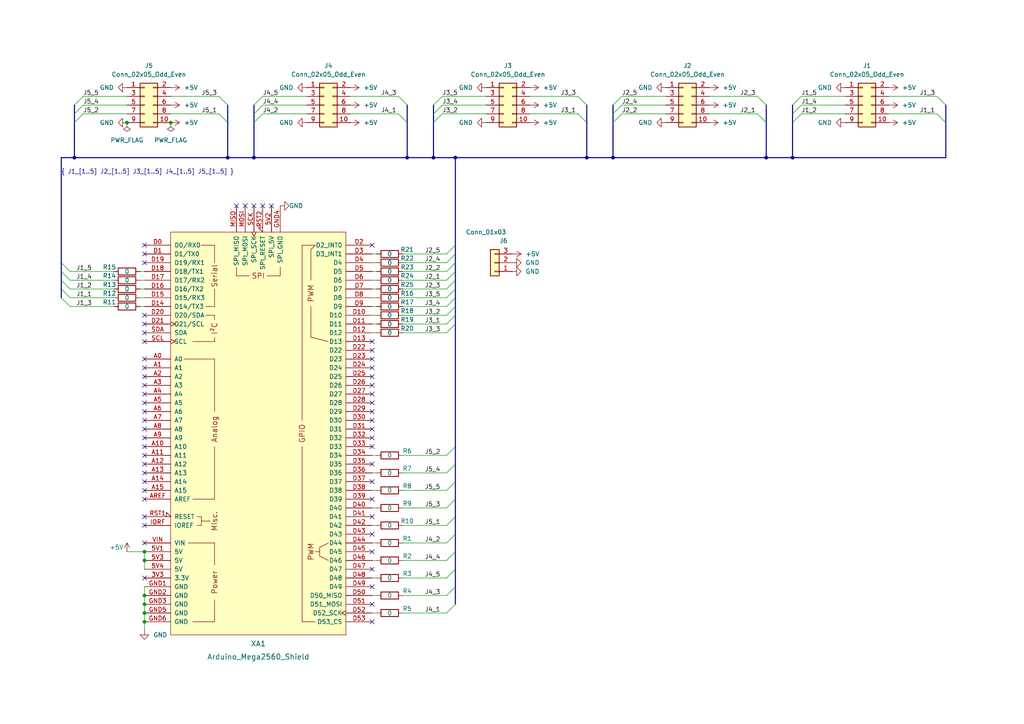
<source format=kicad_sch>
(kicad_sch (version 20211123) (generator eeschema)
  (paper "A4")
  (title_block (title "Cross Connector") (comment 1 "${PROJECT}") (comment 2 "${PROJECT-URL}") (comment 3 "${GIT-COMMIT-HASH}") (comment 4 "${GIT-COMMIT-TAG}"))
  (lib_symbols
    (symbol "Connector_Generic:Conn_01x03" (pin_names (offset 1.016) hide)
      (property "Reference" "J" (at 0 5.08 0))
      (property "Value" "Conn_01x03" (at 0 -5.08 0))
      (symbol "Conn_01x03_1_1"
        (rectangle (start -1.27 -2.413) (end 0 -2.667) (stroke (width 0.1524)))
        (rectangle (start -1.27 0.127) (end 0 -0.127) (stroke (width 0.1524)))
        (rectangle (start -1.27 2.667) (end 0 2.413) (stroke (width 0.1524)))
        (rectangle (start -1.27 3.81) (end 1.27 -3.81) (stroke (width 0.254)) (fill (type background)))
        (pin passive line (at -5.08 2.54 0) (length 3.81) (name "Pin_1") (number "1"))
        (pin passive line (at -5.08 0 0) (length 3.81) (name "Pin_2") (number "2"))
        (pin passive line (at -5.08 -2.54 0) (length 3.81) (name "Pin_3") (number "3"))
      )
    )
    (symbol "Connector_Generic:Conn_02x05_Odd_Even" (pin_names (offset 1.016) hide)
      (property "Reference" "J" (at 1.27 7.62 0))
      (property "Value" "Conn_02x05_Odd_Even" (at 1.27 -7.62 0))
      (symbol "Conn_02x05_Odd_Even_1_1"
        (rectangle (start -1.27 -4.953) (end 0 -5.207) (stroke (width 0.1524)))
        (rectangle (start -1.27 -2.413) (end 0 -2.667) (stroke (width 0.1524)))
        (rectangle (start -1.27 0.127) (end 0 -0.127) (stroke (width 0.1524)))
        (rectangle (start -1.27 2.667) (end 0 2.413) (stroke (width 0.1524)))
        (rectangle (start -1.27 5.207) (end 0 4.953) (stroke (width 0.1524)))
        (rectangle (start -1.27 6.35) (end 3.81 -6.35) (stroke (width 0.254)) (fill (type background)))
        (rectangle (start 3.81 -4.953) (end 2.54 -5.207) (stroke (width 0.1524)))
        (rectangle (start 3.81 -2.413) (end 2.54 -2.667) (stroke (width 0.1524)))
        (rectangle (start 3.81 0.127) (end 2.54 -0.127) (stroke (width 0.1524)))
        (rectangle (start 3.81 2.667) (end 2.54 2.413) (stroke (width 0.1524)))
        (rectangle (start 3.81 5.207) (end 2.54 4.953) (stroke (width 0.1524)))
        (pin passive line (at -5.08 5.08 0) (length 3.81) (name "Pin_1") (number "1"))
        (pin passive line (at 7.62 -5.08 180) (length 3.81) (name "Pin_10") (number "10"))
        (pin passive line (at 7.62 5.08 180) (length 3.81) (name "Pin_2") (number "2"))
        (pin passive line (at -5.08 2.54 0) (length 3.81) (name "Pin_3") (number "3"))
        (pin passive line (at 7.62 2.54 180) (length 3.81) (name "Pin_4") (number "4"))
        (pin passive line (at -5.08 0 0) (length 3.81) (name "Pin_5") (number "5"))
        (pin passive line (at 7.62 0 180) (length 3.81) (name "Pin_6") (number "6"))
        (pin passive line (at -5.08 -2.54 0) (length 3.81) (name "Pin_7") (number "7"))
        (pin passive line (at 7.62 -2.54 180) (length 3.81) (name "Pin_8") (number "8"))
        (pin passive line (at -5.08 -5.08 0) (length 3.81) (name "Pin_9") (number "9"))
      )
    )
    (symbol "Device:R" (pin_numbers hide) (pin_names (offset 0))
      (property "Reference" "R" (at 2.032 0 90))
      (property "Value" "R" (at 0 0 90))
      (symbol "R_0_1"
        (rectangle (start -1.016 -2.54) (end 1.016 2.54) (stroke (width 0.254)))
      )
      (symbol "R_1_1"
        (pin passive line (at 0 3.81 270) (length 1.27) (name "~") (number "1"))
        (pin passive line (at 0 -3.81 90) (length 1.27) (name "~") (number "2"))
      )
    )
    (symbol "arduino-library:Arduino_Mega2560_Shield" (pin_names (offset 1.016))
      (property "Reference" "XA" (at 0 -62.23 0))
      (property "Value" "Arduino_Mega2560_Shield" (at 0 -66.04 0))
      (symbol "Arduino_Mega2560_Shield_0_0"
        (rectangle (start -25.4 -58.42) (end 25.4 58.42) (fill (type background)))
        (rectangle (start -20.32 -31.75) (end -12.7 -31.75))
        (rectangle (start -19.05 -54.61) (end -12.7 -54.61))
        (rectangle (start -19.05 -19.05) (end -12.7 -19.05))
        (rectangle (start -19.05 26.67) (end -12.7 26.67))
        (rectangle (start -17.78 -26.67) (end -16.51 -26.67))
        (rectangle (start -17.78 -24.13) (end -16.51 -24.13))
        (rectangle (start -16.51 -25.4) (end -13.97 -25.4))
        (rectangle (start -16.51 -24.13) (end -16.51 -26.67))
        (rectangle (start -16.51 54.61) (end -12.7 54.61))
        (rectangle (start -15.24 34.29) (end -12.7 34.29))
        (rectangle (start -15.24 36.83) (end -12.7 36.83))
        (rectangle (start -12.7 -54.61) (end -12.7 -48.26))
        (rectangle (start -12.7 -31.75) (end -12.7 -38.1))
        (rectangle (start -12.7 26.67) (end -12.7 27.94))
        (rectangle (start -12.7 34.29) (end -12.7 33.02))
        (rectangle (start -12.7 41.91) (end -12.7 36.83))
        (rectangle (start -12.7 49.53) (end -12.7 54.61))
        (rectangle (start -6.35 48.26) (end -6.35 45.72))
        (rectangle (start -2.54 45.72) (end -6.35 45.72))
        (polyline (pts (xy -21.59 21.59) (xy -12.7 21.59)))
        (polyline (pts (xy -12.7 -19.05) (xy -12.7 -3.81)))
        (polyline (pts (xy -12.7 6.35) (xy -12.7 21.59)))
        (polyline (pts (xy 12.7 -54.61) (xy 16.51 -54.61)))
        (polyline (pts (xy 12.7 54.61) (xy 16.51 54.61)))
        (polyline (pts (xy 17.78 -34.29) (xy 16.51 -34.29)))
        (polyline (pts (xy 15.24 36.83) (xy 15.24 27.94) (xy 20.32 26.67)))
        (polyline (pts (xy 15.24 44.45) (xy 15.24 53.34) (xy 16.51 54.61)))
        (polyline (pts (xy 20.32 -31.75) (xy 17.78 -33.02) (xy 17.78 -35.56) (xy 20.32 -36.83)))
        (rectangle (start 6.35 45.72) (end 2.54 45.72))
        (rectangle (start 6.35 48.26) (end 6.35 45.72))
        (text "Analog" (at -12.7 1.27 900) (effects (font (size 1.524 1.524))))
        (text "I²C" (at -12.7 30.48 900) (effects (font (size 1.524 1.524))))
        (text "Misc." (at -12.7 -25.4 900) (effects (font (size 1.524 1.524))))
        (text "Power" (at -12.7 -43.18 900) (effects (font (size 1.524 1.524))))
        (text "PWM" (at 15.24 -34.29 900) (effects (font (size 1.524 1.524))))
        (text "PWM" (at 15.24 40.64 900) (effects (font (size 1.524 1.524))))
        (text "Serial" (at -12.7 45.72 900) (effects (font (size 1.524 1.524))))
        (text "SPI" (at 0 45.72 0) (effects (font (size 1.524 1.524))))
      )
      (symbol "Arduino_Mega2560_Shield_1_0"
        (rectangle (start 12.7 -54.61) (end 12.7 -3.81))
        (rectangle (start 12.7 54.61) (end 12.7 3.81))
        (text "GPIO" (at 12.7 0 900) (effects (font (size 1.524 1.524))))
      )
      (symbol "Arduino_Mega2560_Shield_1_1"
        (pin power_out line (at -33.02 -41.91 0) (length 7.62) (name "3.3V") (number "3V3"))
        (pin power_in line (at -33.02 -34.29 0) (length 7.62) (name "5V") (number "5V1"))
        (pin power_in line (at 3.81 66.04 270) (length 7.62) (name "SPI_5V") (number "5V2"))
        (pin power_in line (at -33.02 -36.83 0) (length 7.62) (name "5V") (number "5V3"))
        (pin power_in line (at -33.02 -39.37 0) (length 7.62) (name "5V") (number "5V4"))
        (pin bidirectional line (at -33.02 21.59 0) (length 7.62) (name "A0") (number "A0"))
        (pin bidirectional line (at -33.02 19.05 0) (length 7.62) (name "A1") (number "A1"))
        (pin bidirectional line (at -33.02 -3.81 0) (length 7.62) (name "A10") (number "A10"))
        (pin bidirectional line (at -33.02 -6.35 0) (length 7.62) (name "A11") (number "A11"))
        (pin bidirectional line (at -33.02 -8.89 0) (length 7.62) (name "A12") (number "A12"))
        (pin bidirectional line (at -33.02 -11.43 0) (length 7.62) (name "A13") (number "A13"))
        (pin bidirectional line (at -33.02 -13.97 0) (length 7.62) (name "A14") (number "A14"))
        (pin bidirectional line (at -33.02 -16.51 0) (length 7.62) (name "A15") (number "A15"))
        (pin bidirectional line (at -33.02 16.51 0) (length 7.62) (name "A2") (number "A2"))
        (pin bidirectional line (at -33.02 13.97 0) (length 7.62) (name "A3") (number "A3"))
        (pin bidirectional line (at -33.02 11.43 0) (length 7.62) (name "A4") (number "A4"))
        (pin bidirectional line (at -33.02 8.89 0) (length 7.62) (name "A5") (number "A5"))
        (pin bidirectional line (at -33.02 6.35 0) (length 7.62) (name "A6") (number "A6"))
        (pin bidirectional line (at -33.02 3.81 0) (length 7.62) (name "A7") (number "A7"))
        (pin bidirectional line (at -33.02 1.27 0) (length 7.62) (name "A8") (number "A8"))
        (pin bidirectional line (at -33.02 -1.27 0) (length 7.62) (name "A9") (number "A9"))
        (pin input line (at -33.02 -19.05 0) (length 7.62) (name "AREF") (number "AREF"))
        (pin bidirectional line (at -33.02 54.61 0) (length 7.62) (name "D0/RX0") (number "D0"))
        (pin bidirectional line (at -33.02 52.07 0) (length 7.62) (name "D1/TX0") (number "D1"))
        (pin bidirectional line (at 33.02 34.29 180) (length 7.62) (name "D10") (number "D10"))
        (pin bidirectional line (at 33.02 31.75 180) (length 7.62) (name "D11") (number "D11"))
        (pin bidirectional line (at 33.02 29.21 180) (length 7.62) (name "D12") (number "D12"))
        (pin bidirectional line (at 33.02 26.67 180) (length 7.62) (name "D13") (number "D13"))
        (pin bidirectional line (at -33.02 36.83 0) (length 7.62) (name "D14/TX3") (number "D14"))
        (pin bidirectional line (at -33.02 39.37 0) (length 7.62) (name "D15/RX3") (number "D15"))
        (pin bidirectional line (at -33.02 41.91 0) (length 7.62) (name "D16/TX2") (number "D16"))
        (pin bidirectional line (at -33.02 44.45 0) (length 7.62) (name "D17/RX2") (number "D17"))
        (pin bidirectional line (at -33.02 46.99 0) (length 7.62) (name "D18/TX1") (number "D18"))
        (pin bidirectional line (at -33.02 49.53 0) (length 7.62) (name "D19/RX1") (number "D19"))
        (pin bidirectional line (at 33.02 54.61 180) (length 7.62) (name "D2_INT0") (number "D2"))
        (pin bidirectional line (at -33.02 34.29 0) (length 7.62) (name "D20/SDA") (number "D20"))
        (pin bidirectional clock (at -33.02 31.75 0) (length 7.62) (name "D21/SCL") (number "D21"))
        (pin bidirectional line (at 33.02 24.13 180) (length 7.62) (name "D22") (number "D22"))
        (pin bidirectional line (at 33.02 21.59 180) (length 7.62) (name "D23") (number "D23"))
        (pin bidirectional line (at 33.02 19.05 180) (length 7.62) (name "D24") (number "D24"))
        (pin bidirectional line (at 33.02 16.51 180) (length 7.62) (name "D25") (number "D25"))
        (pin bidirectional line (at 33.02 13.97 180) (length 7.62) (name "D26") (number "D26"))
        (pin bidirectional line (at 33.02 11.43 180) (length 7.62) (name "D27") (number "D27"))
        (pin bidirectional line (at 33.02 8.89 180) (length 7.62) (name "D28") (number "D28"))
        (pin bidirectional line (at 33.02 6.35 180) (length 7.62) (name "D29") (number "D29"))
        (pin bidirectional line (at 33.02 52.07 180) (length 7.62) (name "D3_INT1") (number "D3"))
        (pin bidirectional line (at 33.02 3.81 180) (length 7.62) (name "D30") (number "D30"))
        (pin bidirectional line (at 33.02 1.27 180) (length 7.62) (name "D31") (number "D31"))
        (pin bidirectional line (at 33.02 -1.27 180) (length 7.62) (name "D32") (number "D32"))
        (pin bidirectional line (at 33.02 -3.81 180) (length 7.62) (name "D33") (number "D33"))
        (pin bidirectional line (at 33.02 -6.35 180) (length 7.62) (name "D34") (number "D34"))
        (pin bidirectional line (at 33.02 -8.89 180) (length 7.62) (name "D35") (number "D35"))
        (pin bidirectional line (at 33.02 -11.43 180) (length 7.62) (name "D36") (number "D36"))
        (pin bidirectional line (at 33.02 -13.97 180) (length 7.62) (name "D37") (number "D37"))
        (pin bidirectional line (at 33.02 -16.51 180) (length 7.62) (name "D38") (number "D38"))
        (pin bidirectional line (at 33.02 -19.05 180) (length 7.62) (name "D39") (number "D39"))
        (pin bidirectional line (at 33.02 49.53 180) (length 7.62) (name "D4") (number "D4"))
        (pin bidirectional line (at 33.02 -21.59 180) (length 7.62) (name "D40") (number "D40"))
        (pin bidirectional line (at 33.02 -24.13 180) (length 7.62) (name "D41") (number "D41"))
        (pin bidirectional line (at 33.02 -26.67 180) (length 7.62) (name "D42") (number "D42"))
        (pin bidirectional line (at 33.02 -29.21 180) (length 7.62) (name "D43") (number "D43"))
        (pin bidirectional line (at 33.02 -31.75 180) (length 7.62) (name "D44") (number "D44"))
        (pin bidirectional line (at 33.02 -34.29 180) (length 7.62) (name "D45") (number "D45"))
        (pin bidirectional line (at 33.02 -36.83 180) (length 7.62) (name "D46") (number "D46"))
        (pin bidirectional line (at 33.02 -39.37 180) (length 7.62) (name "D47") (number "D47"))
        (pin bidirectional line (at 33.02 -41.91 180) (length 7.62) (name "D48") (number "D48"))
        (pin bidirectional line (at 33.02 -44.45 180) (length 7.62) (name "D49") (number "D49"))
        (pin bidirectional line (at 33.02 46.99 180) (length 7.62) (name "D5") (number "D5"))
        (pin bidirectional line (at 33.02 -46.99 180) (length 7.62) (name "D50_MISO") (number "D50"))
        (pin bidirectional line (at 33.02 -49.53 180) (length 7.62) (name "D51_MOSI") (number "D51"))
        (pin bidirectional clock (at 33.02 -52.07 180) (length 7.62) (name "D52_SCK") (number "D52"))
        (pin bidirectional line (at 33.02 -54.61 180) (length 7.62) (name "D53_CS") (number "D53"))
        (pin bidirectional line (at 33.02 44.45 180) (length 7.62) (name "D6") (number "D6"))
        (pin bidirectional line (at 33.02 41.91 180) (length 7.62) (name "D7") (number "D7"))
        (pin bidirectional line (at 33.02 39.37 180) (length 7.62) (name "D8") (number "D8"))
        (pin bidirectional line (at 33.02 36.83 180) (length 7.62) (name "D9") (number "D9"))
        (pin power_in line (at -33.02 -44.45 0) (length 7.62) (name "GND") (number "GND1"))
        (pin power_in line (at -33.02 -46.99 0) (length 7.62) (name "GND") (number "GND2"))
        (pin power_in line (at -33.02 -49.53 0) (length 7.62) (name "GND") (number "GND3"))
        (pin power_in line (at 6.35 66.04 270) (length 7.62) (name "SPI_GND") (number "GND4"))
        (pin power_in line (at -33.02 -52.07 0) (length 7.62) (name "GND") (number "GND5"))
        (pin power_in line (at -33.02 -54.61 0) (length 7.62) (name "GND") (number "GND6"))
        (pin output line (at -33.02 -26.67 0) (length 7.62) (name "IOREF") (number "IORF"))
        (pin input line (at -6.35 66.04 270) (length 7.62) (name "SPI_MISO") (number "MISO"))
        (pin output line (at -3.81 66.04 270) (length 7.62) (name "SPI_MOSI") (number "MOSI"))
        (pin open_collector input_low (at -33.02 -24.13 0) (length 7.62) (name "RESET") (number "RST1"))
        (pin open_collector input_low (at 1.27 66.04 270) (length 7.62) (name "SPI_RESET") (number "RST2"))
        (pin output clock (at -1.27 66.04 270) (length 7.62) (name "SPI_SCK") (number "SCK"))
        (pin bidirectional clock (at -33.02 26.67 0) (length 7.62) (name "SCL") (number "SCL"))
        (pin bidirectional line (at -33.02 29.21 0) (length 7.62) (name "SDA") (number "SDA"))
        (pin power_in line (at -33.02 -31.75 0) (length 7.62) (name "VIN") (number "VIN"))
      )
    )
    (symbol "power:+5V" (power) (pin_names (offset 0))
      (property "Value" "+5V" (at 0 3.556 0))
      (symbol "+5V_0_1"
        (polyline (pts (xy -0.762 1.27) (xy 0 2.54)))
        (polyline (pts (xy 0 0) (xy 0 2.54)))
        (polyline (pts (xy 0 2.54) (xy 0.762 1.27)))
      )
      (symbol "+5V_1_1"
        (pin power_in line (at 0 0 90) (length 0) hide (name "+5V") (number "1"))
      )
    )
    (symbol "power:GND" (power) (pin_names (offset 0))
      (property "Value" "GND" (at 0 -3.81 0))
      (symbol "GND_0_1"
        (polyline (pts (xy 0 0) (xy 0 -1.27) (xy 1.27 -1.27) (xy 0 -2.54) (xy -1.27 -1.27) (xy 0 -1.27)))
      )
      (symbol "GND_1_1"
        (pin power_in line (at 0 0 270) (length 0) hide (name "GND") (number "1"))
      )
    )
    (symbol "power:PWR_FLAG" (power) (pin_numbers hide) (pin_names (offset 0) hide)
      (property "Value" "PWR_FLAG" (at 0 3.81 0))
      (symbol "PWR_FLAG_0_0"
        (pin power_out line (at 0 0 90) (length 0) (name "pwr") (number "1"))
      )
      (symbol "PWR_FLAG_0_1"
        (polyline (pts (xy 0 0) (xy 0 1.27) (xy -1.016 1.905) (xy 0 2.54) (xy 1.016 1.905) (xy 0 1.27)))
      )
    )
  )
  (junction (at 229.87 45.72))
  (junction (at 66.04 45.72))
  (junction (at 125.73 45.72))
  (junction (at 41.91 162.56))
  (junction (at 222.25 45.72))
  (junction (at 41.91 180.34))
  (junction (at 41.91 160.02))
  (junction (at 118.11 45.72))
  (junction (at 41.91 172.72))
  (junction (at 73.66 45.72))
  (junction (at 170.18 45.72))
  (junction (at 36.83 35.56))
  (junction (at 177.8 45.72))
  (junction (at 132.08 45.72))
  (junction (at 21.59 45.72))
  (junction (at 41.91 177.8))
  (junction (at 49.53 35.56))
  (junction (at 41.91 175.26))
  (no_connect (at 41.91 144.78))
  (no_connect (at 41.91 152.4))
  (no_connect (at 107.95 165.1))
  (no_connect (at 71.12 59.69))
  (no_connect (at 78.74 59.69))
  (no_connect (at 107.95 109.22))
  (no_connect (at 107.95 160.02))
  (no_connect (at 107.95 106.68))
  (no_connect (at 41.91 124.46))
  (no_connect (at 41.91 91.44))
  (no_connect (at 41.91 96.52))
  (no_connect (at 41.91 71.12))
  (no_connect (at 107.95 149.86))
  (no_connect (at 41.91 116.84))
  (no_connect (at 41.91 109.22))
  (no_connect (at 107.95 104.14))
  (no_connect (at 107.95 114.3))
  (no_connect (at 68.58 59.69))
  (no_connect (at 107.95 121.92))
  (no_connect (at 41.91 142.24))
  (no_connect (at 41.91 132.08))
  (no_connect (at 41.91 99.06))
  (no_connect (at 41.91 134.62))
  (no_connect (at 41.91 121.92))
  (no_connect (at 73.66 59.69))
  (no_connect (at 107.95 124.46))
  (no_connect (at 107.95 139.7))
  (no_connect (at 41.91 137.16))
  (no_connect (at 107.95 180.34))
  (no_connect (at 41.91 119.38))
  (no_connect (at 41.91 93.98))
  (no_connect (at 107.95 154.94))
  (no_connect (at 107.95 144.78))
  (no_connect (at 41.91 139.7))
  (no_connect (at 41.91 76.2))
  (no_connect (at 107.95 129.54))
  (no_connect (at 41.91 73.66))
  (no_connect (at 41.91 127))
  (no_connect (at 107.95 99.06))
  (no_connect (at 41.91 104.14))
  (no_connect (at 41.91 111.76))
  (no_connect (at 107.95 111.76))
  (no_connect (at 107.95 71.12))
  (no_connect (at 41.91 129.54))
  (no_connect (at 107.95 170.18))
  (no_connect (at 41.91 157.48))
  (no_connect (at 107.95 101.6))
  (no_connect (at 107.95 134.62))
  (no_connect (at 41.91 106.68))
  (no_connect (at 107.95 116.84))
  (no_connect (at 107.95 119.38))
  (no_connect (at 41.91 149.86))
  (no_connect (at 107.95 175.26))
  (no_connect (at 41.91 167.64))
  (no_connect (at 107.95 127))
  (no_connect (at 76.2 59.69))
  (no_connect (at 41.91 114.3))
  (bus_entry (at 76.2 33.02) (size -2.54 2.54))
  (bus_entry (at 24.13 33.02) (size -2.54 2.54))
  (bus_entry (at 129.54 142.24) (size 2.54 -2.54))
  (bus_entry (at 20.32 81.28) (size -2.54 -2.54))
  (bus_entry (at 167.64 33.02) (size 2.54 2.54))
  (bus_entry (at 129.54 157.48) (size 2.54 -2.54))
  (bus_entry (at 115.57 33.02) (size 2.54 2.54))
  (bus_entry (at 167.64 27.94) (size 2.54 2.54))
  (bus_entry (at 271.78 33.02) (size 2.54 2.54))
  (bus_entry (at 129.54 172.72) (size 2.54 -2.54))
  (bus_entry (at 63.5 33.02) (size 2.54 2.54))
  (bus_entry (at 63.5 27.94) (size 2.54 2.54))
  (bus_entry (at 129.54 132.08) (size 2.54 -2.54))
  (bus_entry (at 129.54 73.66) (size 2.54 -2.54))
  (bus_entry (at 232.41 27.94) (size -2.54 2.54))
  (bus_entry (at 20.32 88.9) (size -2.54 -2.54))
  (bus_entry (at 129.54 152.4) (size 2.54 -2.54))
  (bus_entry (at 24.13 30.48) (size -2.54 2.54))
  (bus_entry (at 219.71 33.02) (size 2.54 2.54))
  (bus_entry (at 76.2 27.94) (size -2.54 2.54))
  (bus_entry (at 129.54 91.44) (size 2.54 -2.54))
  (bus_entry (at 20.32 83.82) (size -2.54 -2.54))
  (bus_entry (at 129.54 86.36) (size 2.54 -2.54))
  (bus_entry (at 232.41 30.48) (size -2.54 2.54))
  (bus_entry (at 128.27 33.02) (size -2.54 2.54))
  (bus_entry (at 20.32 86.36) (size -2.54 -2.54))
  (bus_entry (at 129.54 76.2) (size 2.54 -2.54))
  (bus_entry (at 129.54 177.8) (size 2.54 -2.54))
  (bus_entry (at 128.27 30.48) (size -2.54 2.54))
  (bus_entry (at 115.57 27.94) (size 2.54 2.54))
  (bus_entry (at 129.54 96.52) (size 2.54 -2.54))
  (bus_entry (at 129.54 88.9) (size 2.54 -2.54))
  (bus_entry (at 129.54 147.32) (size 2.54 -2.54))
  (bus_entry (at 129.54 81.28) (size 2.54 -2.54))
  (bus_entry (at 128.27 27.94) (size -2.54 2.54))
  (bus_entry (at 129.54 137.16) (size 2.54 -2.54))
  (bus_entry (at 129.54 83.82) (size 2.54 -2.54))
  (bus_entry (at 129.54 167.64) (size 2.54 -2.54))
  (bus_entry (at 129.54 162.56) (size 2.54 -2.54))
  (bus_entry (at 232.41 33.02) (size -2.54 2.54))
  (bus_entry (at 129.54 93.98) (size 2.54 -2.54))
  (bus_entry (at 20.32 78.74) (size -2.54 -2.54))
  (bus_entry (at 24.13 27.94) (size -2.54 2.54))
  (bus_entry (at 129.54 78.74) (size 2.54 -2.54))
  (bus_entry (at 271.78 27.94) (size 2.54 2.54))
  (bus_entry (at 76.2 30.48) (size -2.54 2.54))
  (bus_entry (at 219.71 27.94) (size 2.54 2.54))
  (bus_entry (at 180.34 33.02) (size -2.54 2.54))
  (bus_entry (at 180.34 27.94) (size -2.54 2.54))
  (bus_entry (at 180.34 30.48) (size -2.54 2.54))
  (wire (pts (xy 232.41 33.02) (xy 245.11 33.02)))
  (wire (pts (xy 49.53 33.02) (xy 63.5 33.02)))
  (bus (pts (xy 132.08 78.74) (xy 132.08 81.28)))
  (bus (pts (xy 132.08 170.18) (xy 132.08 175.26)))
  (wire (pts (xy 205.74 27.94) (xy 219.71 27.94)))
  (bus (pts (xy 125.73 30.48) (xy 125.73 33.02)))
  (bus (pts (xy 170.18 45.72) (xy 177.8 45.72)))
  (wire (pts (xy 116.84 96.52) (xy 129.54 96.52)))
  (wire (pts (xy 40.64 86.36) (xy 41.91 86.36)))
  (wire (pts (xy 116.84 93.98) (xy 129.54 93.98)))
  (wire (pts (xy 41.91 162.56) (xy 41.91 165.1)))
  (bus (pts (xy 125.73 35.56) (xy 125.73 45.72)))
  (bus (pts (xy 132.08 144.78) (xy 132.08 149.86)))
  (wire (pts (xy 107.95 91.44) (xy 109.22 91.44)))
  (wire (pts (xy 76.2 27.94) (xy 88.9 27.94)))
  (wire (pts (xy 116.84 147.32) (xy 129.54 147.32)))
  (wire (pts (xy 107.95 152.4) (xy 109.22 152.4)))
  (bus (pts (xy 118.11 45.72) (xy 125.73 45.72)))
  (wire (pts (xy 107.95 96.52) (xy 109.22 96.52)))
  (bus (pts (xy 66.04 35.56) (xy 66.04 45.72)))
  (bus (pts (xy 177.8 30.48) (xy 177.8 33.02)))
  (bus (pts (xy 222.25 35.56) (xy 222.25 45.72)))
  (wire (pts (xy 128.27 33.02) (xy 140.97 33.02)))
  (wire (pts (xy 116.84 76.2) (xy 129.54 76.2)))
  (wire (pts (xy 24.13 27.94) (xy 36.83 27.94)))
  (bus (pts (xy 132.08 71.12) (xy 132.08 73.66)))
  (wire (pts (xy 180.34 30.48) (xy 193.04 30.48)))
  (wire (pts (xy 180.34 27.94) (xy 193.04 27.94)))
  (wire (pts (xy 24.13 30.48) (xy 36.83 30.48)))
  (bus (pts (xy 229.87 30.48) (xy 229.87 33.02)))
  (bus (pts (xy 222.25 30.48) (xy 222.25 35.56)))
  (wire (pts (xy 41.91 170.18) (xy 41.91 172.72)))
  (wire (pts (xy 41.91 172.72) (xy 41.91 175.26)))
  (wire (pts (xy 107.95 172.72) (xy 109.22 172.72)))
  (wire (pts (xy 101.6 33.02) (xy 115.57 33.02)))
  (bus (pts (xy 229.87 33.02) (xy 229.87 35.56)))
  (bus (pts (xy 132.08 129.54) (xy 132.08 134.62)))
  (bus (pts (xy 132.08 93.98) (xy 132.08 129.54)))
  (bus (pts (xy 274.32 35.56) (xy 274.32 45.72)))
  (wire (pts (xy 128.27 27.94) (xy 140.97 27.94)))
  (bus (pts (xy 73.66 45.72) (xy 118.11 45.72)))
  (wire (pts (xy 116.84 167.64) (xy 129.54 167.64)))
  (wire (pts (xy 257.81 27.94) (xy 271.78 27.94)))
  (bus (pts (xy 73.66 30.48) (xy 73.66 33.02)))
  (wire (pts (xy 116.84 83.82) (xy 129.54 83.82)))
  (wire (pts (xy 33.02 88.9) (xy 20.32 88.9)))
  (bus (pts (xy 21.59 45.72) (xy 66.04 45.72)))
  (bus (pts (xy 274.32 30.48) (xy 274.32 35.56)))
  (wire (pts (xy 116.84 172.72) (xy 129.54 172.72)))
  (wire (pts (xy 40.64 78.74) (xy 41.91 78.74)))
  (wire (pts (xy 257.81 33.02) (xy 271.78 33.02)))
  (wire (pts (xy 76.2 30.48) (xy 88.9 30.48)))
  (bus (pts (xy 132.08 81.28) (xy 132.08 83.82)))
  (wire (pts (xy 41.91 175.26) (xy 41.91 177.8)))
  (bus (pts (xy 17.78 81.28) (xy 17.78 83.82)))
  (wire (pts (xy 116.84 91.44) (xy 129.54 91.44)))
  (bus (pts (xy 132.08 165.1) (xy 132.08 170.18)))
  (bus (pts (xy 132.08 86.36) (xy 132.08 88.9)))
  (bus (pts (xy 132.08 139.7) (xy 132.08 144.78)))
  (bus (pts (xy 125.73 33.02) (xy 125.73 35.56)))
  (bus (pts (xy 132.08 134.62) (xy 132.08 139.7)))
  (wire (pts (xy 40.64 88.9) (xy 41.91 88.9)))
  (wire (pts (xy 107.95 76.2) (xy 109.22 76.2)))
  (wire (pts (xy 232.41 30.48) (xy 245.11 30.48)))
  (wire (pts (xy 41.91 180.34) (xy 41.91 182.88)))
  (wire (pts (xy 33.02 86.36) (xy 20.32 86.36)))
  (wire (pts (xy 180.34 33.02) (xy 193.04 33.02)))
  (bus (pts (xy 17.78 76.2) (xy 17.78 78.74)))
  (wire (pts (xy 116.84 157.48) (xy 129.54 157.48)))
  (bus (pts (xy 17.78 78.74) (xy 17.78 81.28)))
  (bus (pts (xy 132.08 83.82) (xy 132.08 86.36)))
  (bus (pts (xy 170.18 35.56) (xy 170.18 45.72)))
  (wire (pts (xy 24.13 33.02) (xy 36.83 33.02)))
  (bus (pts (xy 66.04 45.72) (xy 73.66 45.72)))
  (bus (pts (xy 21.59 33.02) (xy 21.59 35.56)))
  (bus (pts (xy 132.08 73.66) (xy 132.08 76.2)))
  (wire (pts (xy 116.84 73.66) (xy 129.54 73.66)))
  (bus (pts (xy 118.11 35.56) (xy 118.11 45.72)))
  (wire (pts (xy 107.95 78.74) (xy 109.22 78.74)))
  (wire (pts (xy 107.95 83.82) (xy 109.22 83.82)))
  (wire (pts (xy 128.27 30.48) (xy 140.97 30.48)))
  (wire (pts (xy 205.74 33.02) (xy 219.71 33.02)))
  (wire (pts (xy 107.95 73.66) (xy 109.22 73.66)))
  (wire (pts (xy 153.67 33.02) (xy 167.64 33.02)))
  (bus (pts (xy 177.8 45.72) (xy 222.25 45.72)))
  (wire (pts (xy 116.84 78.74) (xy 129.54 78.74)))
  (bus (pts (xy 170.18 30.48) (xy 170.18 35.56)))
  (wire (pts (xy 116.84 132.08) (xy 129.54 132.08)))
  (wire (pts (xy 116.84 162.56) (xy 129.54 162.56)))
  (wire (pts (xy 116.84 86.36) (xy 129.54 86.36)))
  (wire (pts (xy 116.84 81.28) (xy 129.54 81.28)))
  (bus (pts (xy 73.66 35.56) (xy 73.66 45.72)))
  (wire (pts (xy 116.84 152.4) (xy 129.54 152.4)))
  (wire (pts (xy 101.6 27.94) (xy 115.57 27.94)))
  (wire (pts (xy 107.95 88.9) (xy 109.22 88.9)))
  (wire (pts (xy 76.2 33.02) (xy 88.9 33.02)))
  (wire (pts (xy 232.41 27.94) (xy 245.11 27.94)))
  (wire (pts (xy 107.95 142.24) (xy 109.22 142.24)))
  (wire (pts (xy 116.84 88.9) (xy 129.54 88.9)))
  (wire (pts (xy 36.83 160.02) (xy 41.91 160.02)))
  (bus (pts (xy 132.08 45.72) (xy 170.18 45.72)))
  (wire (pts (xy 40.64 81.28) (xy 41.91 81.28)))
  (bus (pts (xy 118.11 30.48) (xy 118.11 35.56)))
  (bus (pts (xy 177.8 33.02) (xy 177.8 35.56)))
  (bus (pts (xy 229.87 35.56) (xy 229.87 45.72)))
  (bus (pts (xy 132.08 45.72) (xy 132.08 71.12)))
  (bus (pts (xy 73.66 33.02) (xy 73.66 35.56)))
  (wire (pts (xy 116.84 142.24) (xy 129.54 142.24)))
  (bus (pts (xy 21.59 35.56) (xy 21.59 45.72)))
  (bus (pts (xy 229.87 45.72) (xy 274.32 45.72)))
  (bus (pts (xy 222.25 45.72) (xy 229.87 45.72)))
  (wire (pts (xy 40.64 83.82) (xy 41.91 83.82)))
  (wire (pts (xy 107.95 167.64) (xy 109.22 167.64)))
  (wire (pts (xy 107.95 147.32) (xy 109.22 147.32)))
  (bus (pts (xy 21.59 30.48) (xy 21.59 33.02)))
  (wire (pts (xy 153.67 27.94) (xy 167.64 27.94)))
  (wire (pts (xy 41.91 177.8) (xy 41.91 180.34)))
  (wire (pts (xy 107.95 81.28) (xy 109.22 81.28)))
  (bus (pts (xy 66.04 30.48) (xy 66.04 35.56)))
  (bus (pts (xy 125.73 45.72) (xy 132.08 45.72)))
  (wire (pts (xy 49.53 27.94) (xy 63.5 27.94)))
  (bus (pts (xy 132.08 76.2) (xy 132.08 78.74)))
  (bus (pts (xy 132.08 160.02) (xy 132.08 165.1)))
  (wire (pts (xy 107.95 162.56) (xy 109.22 162.56)))
  (wire (pts (xy 41.91 160.02) (xy 41.91 162.56)))
  (wire (pts (xy 107.95 93.98) (xy 109.22 93.98)))
  (wire (pts (xy 107.95 86.36) (xy 109.22 86.36)))
  (wire (pts (xy 33.02 81.28) (xy 20.32 81.28)))
  (wire (pts (xy 116.84 177.8) (xy 129.54 177.8)))
  (bus (pts (xy 17.78 45.72) (xy 17.78 76.2)))
  (wire (pts (xy 107.95 137.16) (xy 109.22 137.16)))
  (bus (pts (xy 17.78 45.72) (xy 21.59 45.72)))
  (wire (pts (xy 116.84 137.16) (xy 129.54 137.16)))
  (wire (pts (xy 33.02 83.82) (xy 20.32 83.82)))
  (wire (pts (xy 107.95 157.48) (xy 109.22 157.48)))
  (wire (pts (xy 107.95 132.08) (xy 109.22 132.08)))
  (bus (pts (xy 132.08 149.86) (xy 132.08 154.94)))
  (bus (pts (xy 132.08 88.9) (xy 132.08 91.44)))
  (bus (pts (xy 17.78 83.82) (xy 17.78 86.36)))
  (bus (pts (xy 132.08 91.44) (xy 132.08 93.98)))
  (bus (pts (xy 132.08 154.94) (xy 132.08 160.02)))
  (wire (pts (xy 107.95 177.8) (xy 109.22 177.8)))
  (wire (pts (xy 33.02 78.74) (xy 20.32 78.74)))
  (bus (pts (xy 177.8 35.56) (xy 177.8 45.72)))
  (label "J3_5" (at 123.19 86.36 0))
  (label "J3_1" (at 162.56 33.02 0))
  (label "J1_1" (at 266.7 33.02 0))
  (label "J5_4" (at 24.13 30.48 0))
  (label "J4_2" (at 123.19 157.48 0))
  (label "J5_4" (at 123.19 137.16 0))
  (label "J2_4" (at 180.34 30.48 0))
  (label "J1_4" (at 232.41 30.48 0))
  (label "J5_2" (at 123.19 132.08 0))
  (label "J2_3" (at 214.63 27.94 0))
  (label "J4_4" (at 76.2 30.48 0))
  (label "J3_2" (at 128.27 33.02 0))
  (label "J1_5" (at 26.67 78.74 180))
  (label "J4_1" (at 123.19 177.8 0))
  (label "J1_2" (at 26.67 83.82 180))
  (label "J5_3" (at 58.42 27.94 0))
  (label "J5_5" (at 123.19 142.24 0))
  (label "J4_3" (at 123.19 172.72 0))
  (label "J3_4" (at 128.27 30.48 0))
  (label "J5_3" (at 123.19 147.32 0))
  (label "J2_3" (at 123.19 83.82 0))
  (label "J4_3" (at 110.49 27.94 0))
  (label "J5_5" (at 24.13 27.94 0))
  (label "J4_4" (at 123.19 162.56 0))
  (label "J2_1" (at 214.63 33.02 0))
  (label "J4_5" (at 123.19 167.64 0))
  (label "J2_1" (at 123.19 81.28 0))
  (label "J2_2" (at 180.34 33.02 0))
  (label "J3_2" (at 123.19 91.44 0))
  (label "J1_3" (at 26.67 88.9 180))
  (label "J2_5" (at 123.19 73.66 0))
  (label "J5_1" (at 58.42 33.02 0))
  (label "J4_2" (at 76.2 33.02 0))
  (label "J3_3" (at 123.19 96.52 0))
  (label "J3_5" (at 128.27 27.94 0))
  (label "J2_5" (at 180.34 27.94 0))
  (label "J2_2" (at 123.19 78.74 0))
  (label "J1_2" (at 232.41 33.02 0))
  (label "J1_3" (at 266.7 27.94 0))
  (label "J5_2" (at 24.13 33.02 0))
  (label "J4_1" (at 110.49 33.02 0))
  (label "J4_5" (at 76.2 27.94 0))
  (label "J1_5" (at 232.41 27.94 0))
  (label "J3_1" (at 123.19 93.98 0))
  (label "J2_4" (at 123.19 76.2 0))
  (label "J3_3" (at 162.56 27.94 0))
  (label "J1_1" (at 26.67 86.36 180))
  (label "{ J1_[1..5] J2_[1..5] J3_[1..5] J4_[1..5] J5_[1..5] }" (at 17.78 50.8 0))
  (label "J1_4" (at 26.67 81.28 180))
  (label "J3_4" (at 123.19 88.9 0))
  (label "J5_1" (at 123.19 152.4 0))
  (symbol (lib_id "power:GND") (at 88.9 25.4 270) (unit 1)
    (property "Reference" "#PWR0117" (effects hide))
    (property "Value" "GND" (at 85.09 25.3999 90) (effects (justify right)))
  )
  (symbol (lib_id "power:+5V") (at 205.74 30.48 270) (unit 1)
    (property "Reference" "#PWR0102" (effects hide))
    (property "Value" "+5V" (at 209.55 30.4799 90) (effects (justify left)))
  )
  (symbol (lib_id "power:+5V") (at 101.6 35.56 270) (unit 1)
    (property "Reference" "#PWR0118" (effects hide))
    (property "Value" "+5V" (at 105.41 35.5599 90) (effects (justify left)))
  )
  (symbol (lib_id "power:+5V") (at 101.6 30.48 270) (unit 1)
    (property "Reference" "#PWR0120" (effects hide))
    (property "Value" "+5V" (at 105.41 30.4799 90) (effects (justify left)))
  )
  (symbol (lib_id "Connector_Generic:Conn_01x03") (at 143.51 76.2 180) (unit 1)
    (property "Reference" "J6" (at 146.05 69.85 0))
    (property "Value" "Conn_01x03" (at 140.97 67.31 0))
    (property "Footprint" "Wuerth:691508110303" (effects hide))
  )
  (symbol (lib_id "power:GND") (at 140.97 25.4 270) (unit 1)
    (property "Reference" "#PWR0115" (effects hide))
    (property "Value" "GND" (at 137.16 25.3999 90) (effects (justify right)))
  )
  (symbol (lib_id "Device:R") (at 36.83 86.36 270) (mirror x) (unit 1)
    (property "Reference" "R12" (at 31.75 85.09 90))
    (property "Value" "0" (at 36.83 86.36 90))
    (property "Footprint" "Resistor_SMD:R_0805_2012Metric" (effects hide))
  )
  (symbol (lib_id "Device:R") (at 36.83 81.28 270) (mirror x) (unit 1)
    (property "Reference" "R14" (at 31.75 80.01 90))
    (property "Value" "0" (at 36.83 81.28 90))
    (property "Footprint" "Resistor_SMD:R_0805_2012Metric" (effects hide))
  )
  (symbol (lib_id "power:GND") (at 88.9 35.56 270) (unit 1)
    (property "Reference" "#PWR0116" (effects hide))
    (property "Value" "GND" (at 85.09 35.5599 90) (effects (justify right)))
  )
  (symbol (lib_id "power:GND") (at 193.04 25.4 270) (unit 1)
    (property "Reference" "#PWR0103" (effects hide))
    (property "Value" "GND" (at 189.23 25.3999 90) (effects (justify right)))
  )
  (symbol (lib_id "Device:R") (at 113.03 73.66 90) (unit 1)
    (property "Reference" "R21" (at 118.11 72.39 90))
    (property "Value" "0" (at 113.03 73.66 90))
    (property "Footprint" "Resistor_SMD:R_0805_2012Metric" (effects hide))
  )
  (symbol (lib_id "power:+5V") (at 257.81 35.56 270) (unit 1)
    (property "Reference" "#PWR0123" (effects hide))
    (property "Value" "+5V" (at 261.62 35.5599 90) (effects (justify left)))
  )
  (symbol (lib_id "power:+5V") (at 36.83 160.02 0) (unit 1)
    (property "Reference" "#PWR0131" (effects hide))
    (property "Value" "+5V" (at 31.75 158.75 0) (effects (justify left)))
  )
  (symbol (lib_id "power:+5V") (at 205.74 35.56 270) (unit 1)
    (property "Reference" "#PWR0101" (effects hide))
    (property "Value" "+5V" (at 209.55 35.5599 90) (effects (justify left)))
  )
  (symbol (lib_id "Connector_Generic:Conn_02x05_Odd_Even") (at 41.91 30.48 0) (unit 1)
    (property "Reference" "J5" (at 43.18 19.05 0))
    (property "Value" "Conn_02x05_Odd_Even" (at 43.18 21.59 0))
    (property "Footprint" "Connector_PinSocket_2.54mm:PinSocket_2x05_P2.54mm_Vertical" (effects hide))
  )
  (symbol (lib_id "Device:R") (at 113.03 167.64 90) (unit 1)
    (property "Reference" "R3" (at 118.11 166.37 90))
    (property "Value" "0" (at 113.03 167.64 90))
    (property "Footprint" "Resistor_SMD:R_0805_2012Metric" (effects hide))
  )
  (symbol (lib_id "Device:R") (at 113.03 162.56 90) (unit 1)
    (property "Reference" "R2" (at 118.11 161.29 90))
    (property "Value" "0" (at 113.03 162.56 90))
    (property "Footprint" "Resistor_SMD:R_0805_2012Metric" (effects hide))
  )
  (symbol (lib_id "power:+5V") (at 257.81 25.4 270) (unit 1)
    (property "Reference" "#PWR0122" (effects hide))
    (property "Value" "+5V" (at 261.62 25.3999 90) (effects (justify left)))
  )
  (symbol (lib_id "Device:R") (at 113.03 132.08 90) (unit 1)
    (property "Reference" "R6" (at 118.11 130.81 90))
    (property "Value" "0" (at 113.03 132.08 90))
    (property "Footprint" "Resistor_SMD:R_0805_2012Metric" (effects hide))
  )
  (symbol (lib_id "power:+5V") (at 257.81 30.48 270) (unit 1)
    (property "Reference" "#PWR0121" (effects hide))
    (property "Value" "+5V" (at 261.62 30.4799 90) (effects (justify left)))
  )
  (symbol (lib_id "power:GND") (at 36.83 25.4 270) (unit 1)
    (property "Reference" "#PWR0110" (effects hide))
    (property "Value" "GND" (at 33.02 25.3999 90) (effects (justify right)))
  )
  (symbol (lib_id "power:+5V") (at 49.53 30.48 270) (unit 1)
    (property "Reference" "#PWR0112" (effects hide))
    (property "Value" "+5V" (at 53.34 30.4799 90) (effects (justify left)))
  )
  (symbol (lib_id "power:+5V") (at 101.6 25.4 270) (unit 1)
    (property "Reference" "#PWR0119" (effects hide))
    (property "Value" "+5V" (at 105.41 25.3999 90) (effects (justify left)))
  )
  (symbol (lib_id "power:PWR_FLAG") (at 49.53 35.56 180) (unit 1)
    (property "Reference" "#FLG0101" (effects hide))
    (property "Value" "PWR_FLAG" (at 49.53 40.64 0))
  )
  (symbol (lib_id "Device:R") (at 113.03 137.16 90) (unit 1)
    (property "Reference" "R7" (at 118.11 135.89 90))
    (property "Value" "0" (at 113.03 137.16 90))
    (property "Footprint" "Resistor_SMD:R_0805_2012Metric" (effects hide))
  )
  (symbol (lib_id "power:+5V") (at 153.67 30.48 270) (unit 1)
    (property "Reference" "#PWR0108" (effects hide))
    (property "Value" "+5V" (at 157.48 30.4799 90) (effects (justify left)))
  )
  (symbol (lib_id "power:GND") (at 245.11 35.56 270) (unit 1)
    (property "Reference" "#PWR0125" (effects hide))
    (property "Value" "GND" (at 241.3 35.5599 90) (effects (justify right)))
  )
  (symbol (lib_id "Device:R") (at 113.03 157.48 90) (unit 1)
    (property "Reference" "R1" (at 118.11 156.21 90))
    (property "Value" "0" (at 113.03 157.48 90))
    (property "Footprint" "Resistor_SMD:R_0805_2012Metric" (effects hide))
  )
  (symbol (lib_id "power:GND") (at 148.59 78.74 90) (unit 1)
    (property "Reference" "#PWR0128" (effects hide))
    (property "Value" "GND" (at 152.4 78.7399 90) (effects (justify right)))
  )
  (symbol (lib_id "power:+5V") (at 49.53 25.4 270) (unit 1)
    (property "Reference" "#PWR0113" (effects hide))
    (property "Value" "+5V" (at 53.34 25.3999 90) (effects (justify left)))
  )
  (symbol (lib_id "power:GND") (at 140.97 35.56 270) (unit 1)
    (property "Reference" "#PWR0114" (effects hide))
    (property "Value" "GND" (at 137.16 35.5599 90) (effects (justify right)))
  )
  (symbol (lib_id "Device:R") (at 113.03 88.9 90) (unit 1)
    (property "Reference" "R17" (at 118.11 87.63 90))
    (property "Value" "0" (at 113.03 88.9 90))
    (property "Footprint" "Resistor_SMD:R_0805_2012Metric" (effects hide))
  )
  (symbol (lib_id "Connector_Generic:Conn_02x05_Odd_Even") (at 93.98 30.48 0) (unit 1)
    (property "Reference" "J4" (at 95.25 19.05 0))
    (property "Value" "Conn_02x05_Odd_Even" (at 95.25 21.59 0))
    (property "Footprint" "Connector_PinSocket_2.54mm:PinSocket_2x05_P2.54mm_Vertical" (effects hide))
  )
  (symbol (lib_id "Device:R") (at 113.03 172.72 90) (unit 1)
    (property "Reference" "R4" (at 118.11 171.45 90))
    (property "Value" "0" (at 113.03 172.72 90))
    (property "Footprint" "Resistor_SMD:R_0805_2012Metric" (effects hide))
  )
  (symbol (lib_id "power:GND") (at 193.04 35.56 270) (unit 1)
    (property "Reference" "#PWR0104" (effects hide))
    (property "Value" "GND" (at 189.23 35.5599 90) (effects (justify right)))
  )
  (symbol (lib_id "Device:R") (at 113.03 76.2 90) (unit 1)
    (property "Reference" "R22" (at 118.11 74.93 90))
    (property "Value" "0" (at 113.03 76.2 90))
    (property "Footprint" "Resistor_SMD:R_0805_2012Metric" (effects hide))
  )
  (symbol (lib_id "power:GND") (at 245.11 25.4 270) (unit 1)
    (property "Reference" "#PWR0124" (effects hide))
    (property "Value" "GND" (at 241.3 25.3999 90) (effects (justify right)))
  )
  (symbol (lib_id "Device:R") (at 113.03 96.52 90) (unit 1)
    (property "Reference" "R20" (at 118.11 95.25 90))
    (property "Value" "0" (at 113.03 96.52 90))
    (property "Footprint" "Resistor_SMD:R_0805_2012Metric" (effects hide))
  )
  (symbol (lib_id "power:GND") (at 36.83 35.56 270) (unit 1)
    (property "Reference" "#PWR0109" (effects hide))
    (property "Value" "GND" (at 33.02 35.5599 90) (effects (justify right)))
  )
  (symbol (lib_id "power:GND") (at 148.59 76.2 90) (unit 1)
    (property "Reference" "#PWR0126" (effects hide))
    (property "Value" "GND" (at 152.4 76.1999 90) (effects (justify right)))
  )
  (symbol (lib_id "arduino-library:Arduino_Mega2560_Shield") (at 74.93 125.73 0) (unit 1)
    (property "Reference" "XA1" (at 74.93 186.69 0) (effects (font (size 1.524 1.524))))
    (property "Value" "Arduino_Mega2560_Shield" (at 74.93 190.5 0) (effects (font (size 1.524 1.524))))
    (property "Footprint" "arduino-library:Arduino_Mega2560_Shield" (effects hide))
    (property "Datasheet" "https://docs.arduino.cc/hardware/mega-2560" (effects hide))
  )
  (symbol (lib_id "Device:R") (at 36.83 78.74 270) (mirror x) (unit 1)
    (property "Reference" "R15" (at 31.75 77.47 90))
    (property "Value" "0" (at 36.83 78.74 90))
    (property "Footprint" "Resistor_SMD:R_0805_2012Metric" (effects hide))
  )
  (symbol (lib_id "Device:R") (at 113.03 93.98 90) (unit 1)
    (property "Reference" "R19" (at 118.11 92.71 90))
    (property "Value" "0" (at 113.03 93.98 90))
    (property "Footprint" "Resistor_SMD:R_0805_2012Metric" (effects hide))
  )
  (symbol (lib_id "Device:R") (at 113.03 86.36 90) (unit 1)
    (property "Reference" "R16" (at 118.11 85.09 90))
    (property "Value" "0" (at 113.03 86.36 90))
    (property "Footprint" "Resistor_SMD:R_0805_2012Metric" (effects hide))
  )
  (symbol (lib_id "Device:R") (at 113.03 81.28 90) (unit 1)
    (property "Reference" "R24" (at 118.11 80.01 90))
    (property "Value" "0" (at 113.03 81.28 90))
    (property "Footprint" "Resistor_SMD:R_0805_2012Metric" (effects hide))
  )
  (symbol (lib_id "power:PWR_FLAG") (at 36.83 35.56 180) (unit 1)
    (property "Reference" "#FLG0102" (effects hide))
    (property "Value" "PWR_FLAG" (at 36.83 40.64 0))
  )
  (symbol (lib_id "Device:R") (at 113.03 177.8 90) (unit 1)
    (property "Reference" "R5" (at 118.11 176.53 90))
    (property "Value" "0" (at 113.03 177.8 90))
    (property "Footprint" "Resistor_SMD:R_0805_2012Metric" (effects hide))
  )
  (symbol (lib_id "Device:R") (at 113.03 83.82 90) (unit 1)
    (property "Reference" "R25" (at 118.11 82.55 90))
    (property "Value" "0" (at 113.03 83.82 90))
    (property "Footprint" "Resistor_SMD:R_0805_2012Metric" (effects hide))
  )
  (symbol (lib_id "Connector_Generic:Conn_02x05_Odd_Even") (at 250.19 30.48 0) (unit 1)
    (property "Reference" "J1" (at 251.46 19.05 0))
    (property "Value" "Conn_02x05_Odd_Even" (at 251.46 21.59 0))
    (property "Footprint" "Connector_PinSocket_2.54mm:PinSocket_2x05_P2.54mm_Vertical" (effects hide))
  )
  (symbol (lib_id "Connector_Generic:Conn_02x05_Odd_Even") (at 198.12 30.48 0) (unit 1)
    (property "Reference" "J2" (at 199.39 19.05 0))
    (property "Value" "Conn_02x05_Odd_Even" (at 199.39 21.59 0))
    (property "Footprint" "Connector_PinSocket_2.54mm:PinSocket_2x05_P2.54mm_Vertical" (effects hide))
  )
  (symbol (lib_id "power:+5V") (at 153.67 25.4 270) (unit 1)
    (property "Reference" "#PWR0106" (effects hide))
    (property "Value" "+5V" (at 157.48 25.3999 90) (effects (justify left)))
  )
  (symbol (lib_id "Device:R") (at 113.03 152.4 90) (unit 1)
    (property "Reference" "R10" (at 118.11 151.13 90))
    (property "Value" "0" (at 113.03 152.4 90))
    (property "Footprint" "Resistor_SMD:R_0805_2012Metric" (effects hide))
  )
  (symbol (lib_id "power:GND") (at 41.91 182.88 0) (unit 1)
    (property "Reference" "#PWR0132" (effects hide))
    (property "Value" "GND" (at 44.45 184.1499 0) (effects (justify left)))
  )
  (symbol (lib_id "Device:R") (at 113.03 91.44 90) (unit 1)
    (property "Reference" "R18" (at 118.11 90.17 90))
    (property "Value" "0" (at 113.03 91.44 90))
    (property "Footprint" "Resistor_SMD:R_0805_2012Metric" (effects hide))
  )
  (symbol (lib_id "power:+5V") (at 153.67 35.56 270) (unit 1)
    (property "Reference" "#PWR0107" (effects hide))
    (property "Value" "+5V" (at 157.48 35.5599 90) (effects (justify left)))
  )
  (symbol (lib_id "Device:R") (at 36.83 83.82 270) (mirror x) (unit 1)
    (property "Reference" "R13" (at 31.75 82.55 90))
    (property "Value" "0" (at 36.83 83.82 90))
    (property "Footprint" "Resistor_SMD:R_0805_2012Metric" (effects hide))
  )
  (symbol (lib_id "Device:R") (at 113.03 142.24 90) (unit 1)
    (property "Reference" "R8" (at 118.11 140.97 90))
    (property "Value" "0" (at 113.03 142.24 90))
    (property "Footprint" "Resistor_SMD:R_0805_2012Metric" (effects hide))
  )
  (symbol (lib_id "Device:R") (at 36.83 88.9 270) (mirror x) (unit 1)
    (property "Reference" "R11" (at 31.75 87.63 90))
    (property "Value" "0" (at 36.83 88.9 90))
    (property "Footprint" "Resistor_SMD:R_0805_2012Metric" (effects hide))
  )
  (symbol (lib_id "Device:R") (at 113.03 78.74 90) (unit 1)
    (property "Reference" "R23" (at 118.11 77.47 90))
    (property "Value" "0" (at 113.03 78.74 90))
    (property "Footprint" "Resistor_SMD:R_0805_2012Metric" (effects hide))
  )
  (symbol (lib_id "power:+5V") (at 148.59 73.66 270) (unit 1)
    (property "Reference" "#PWR0127" (effects hide))
    (property "Value" "+5V" (at 152.4 73.6599 90) (effects (justify left)))
  )
  (symbol (lib_id "power:+5V") (at 205.74 25.4 270) (unit 1)
    (property "Reference" "#PWR0105" (effects hide))
    (property "Value" "+5V" (at 209.55 25.3999 90) (effects (justify left)))
  )
  (symbol (lib_id "Connector_Generic:Conn_02x05_Odd_Even") (at 146.05 30.48 0) (unit 1)
    (property "Reference" "J3" (at 147.32 19.05 0))
    (property "Value" "Conn_02x05_Odd_Even" (at 147.32 21.59 0))
    (property "Footprint" "Connector_PinSocket_2.54mm:PinSocket_2x05_P2.54mm_Vertical" (effects hide))
  )
  (symbol (lib_id "power:+5V") (at 49.53 35.56 270) (unit 1)
    (property "Reference" "#PWR0111" (effects hide))
    (property "Value" "+5V" (at 53.34 35.5599 90) (effects (justify left)))
  )
  (symbol (lib_id "Device:R") (at 113.03 147.32 90) (unit 1)
    (property "Reference" "R9" (at 118.11 146.05 90))
    (property "Value" "0" (at 113.03 147.32 90))
    (property "Footprint" "Resistor_SMD:R_0805_2012Metric" (effects hide))
  )
  (symbol (lib_id "power:GND") (at 81.28 59.69 90) (unit 1)
    (property "Reference" "#PWR0130" (effects hide))
    (property "Value" "GND" (at 83.82 59.69 90) (effects (justify right)))
  )
)
</source>
